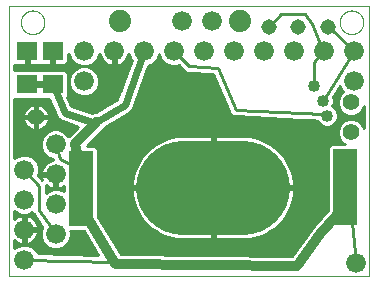
<source format=gbl>
G75*
%MOIN*%
%OFA0B0*%
%FSLAX25Y25*%
%IPPOS*%
%LPD*%
%AMOC8*
5,1,8,0,0,1.08239X$1,22.5*
%
%ADD10C,0.00000*%
%ADD11R,0.08000X0.12500*%
%ADD12C,0.31496*%
%ADD13R,0.07087X0.06299*%
%ADD14C,0.06600*%
%ADD15C,0.05600*%
%ADD16C,0.05156*%
%ADD17C,0.07400*%
%ADD18C,0.03200*%
%ADD19C,0.02400*%
%ADD20C,0.01000*%
%ADD21C,0.04000*%
D10*
X0001500Y0011270D02*
X0001500Y0101270D01*
X0121500Y0101270D01*
X0121500Y0011270D01*
X0001500Y0011270D01*
X0005437Y0095916D02*
X0005439Y0096041D01*
X0005445Y0096166D01*
X0005455Y0096290D01*
X0005469Y0096414D01*
X0005486Y0096538D01*
X0005508Y0096661D01*
X0005534Y0096783D01*
X0005563Y0096905D01*
X0005596Y0097025D01*
X0005634Y0097144D01*
X0005674Y0097263D01*
X0005719Y0097379D01*
X0005767Y0097494D01*
X0005819Y0097608D01*
X0005875Y0097720D01*
X0005934Y0097830D01*
X0005996Y0097938D01*
X0006062Y0098045D01*
X0006131Y0098149D01*
X0006204Y0098250D01*
X0006279Y0098350D01*
X0006358Y0098447D01*
X0006440Y0098541D01*
X0006525Y0098633D01*
X0006612Y0098722D01*
X0006703Y0098808D01*
X0006796Y0098891D01*
X0006892Y0098972D01*
X0006990Y0099049D01*
X0007090Y0099123D01*
X0007193Y0099194D01*
X0007298Y0099261D01*
X0007406Y0099326D01*
X0007515Y0099386D01*
X0007626Y0099444D01*
X0007739Y0099497D01*
X0007853Y0099547D01*
X0007969Y0099594D01*
X0008086Y0099636D01*
X0008205Y0099675D01*
X0008325Y0099711D01*
X0008446Y0099742D01*
X0008568Y0099770D01*
X0008690Y0099793D01*
X0008814Y0099813D01*
X0008938Y0099829D01*
X0009062Y0099841D01*
X0009187Y0099849D01*
X0009312Y0099853D01*
X0009436Y0099853D01*
X0009561Y0099849D01*
X0009686Y0099841D01*
X0009810Y0099829D01*
X0009934Y0099813D01*
X0010058Y0099793D01*
X0010180Y0099770D01*
X0010302Y0099742D01*
X0010423Y0099711D01*
X0010543Y0099675D01*
X0010662Y0099636D01*
X0010779Y0099594D01*
X0010895Y0099547D01*
X0011009Y0099497D01*
X0011122Y0099444D01*
X0011233Y0099386D01*
X0011343Y0099326D01*
X0011450Y0099261D01*
X0011555Y0099194D01*
X0011658Y0099123D01*
X0011758Y0099049D01*
X0011856Y0098972D01*
X0011952Y0098891D01*
X0012045Y0098808D01*
X0012136Y0098722D01*
X0012223Y0098633D01*
X0012308Y0098541D01*
X0012390Y0098447D01*
X0012469Y0098350D01*
X0012544Y0098250D01*
X0012617Y0098149D01*
X0012686Y0098045D01*
X0012752Y0097938D01*
X0012814Y0097830D01*
X0012873Y0097720D01*
X0012929Y0097608D01*
X0012981Y0097494D01*
X0013029Y0097379D01*
X0013074Y0097263D01*
X0013114Y0097144D01*
X0013152Y0097025D01*
X0013185Y0096905D01*
X0013214Y0096783D01*
X0013240Y0096661D01*
X0013262Y0096538D01*
X0013279Y0096414D01*
X0013293Y0096290D01*
X0013303Y0096166D01*
X0013309Y0096041D01*
X0013311Y0095916D01*
X0013309Y0095791D01*
X0013303Y0095666D01*
X0013293Y0095542D01*
X0013279Y0095418D01*
X0013262Y0095294D01*
X0013240Y0095171D01*
X0013214Y0095049D01*
X0013185Y0094927D01*
X0013152Y0094807D01*
X0013114Y0094688D01*
X0013074Y0094569D01*
X0013029Y0094453D01*
X0012981Y0094338D01*
X0012929Y0094224D01*
X0012873Y0094112D01*
X0012814Y0094002D01*
X0012752Y0093894D01*
X0012686Y0093787D01*
X0012617Y0093683D01*
X0012544Y0093582D01*
X0012469Y0093482D01*
X0012390Y0093385D01*
X0012308Y0093291D01*
X0012223Y0093199D01*
X0012136Y0093110D01*
X0012045Y0093024D01*
X0011952Y0092941D01*
X0011856Y0092860D01*
X0011758Y0092783D01*
X0011658Y0092709D01*
X0011555Y0092638D01*
X0011450Y0092571D01*
X0011342Y0092506D01*
X0011233Y0092446D01*
X0011122Y0092388D01*
X0011009Y0092335D01*
X0010895Y0092285D01*
X0010779Y0092238D01*
X0010662Y0092196D01*
X0010543Y0092157D01*
X0010423Y0092121D01*
X0010302Y0092090D01*
X0010180Y0092062D01*
X0010058Y0092039D01*
X0009934Y0092019D01*
X0009810Y0092003D01*
X0009686Y0091991D01*
X0009561Y0091983D01*
X0009436Y0091979D01*
X0009312Y0091979D01*
X0009187Y0091983D01*
X0009062Y0091991D01*
X0008938Y0092003D01*
X0008814Y0092019D01*
X0008690Y0092039D01*
X0008568Y0092062D01*
X0008446Y0092090D01*
X0008325Y0092121D01*
X0008205Y0092157D01*
X0008086Y0092196D01*
X0007969Y0092238D01*
X0007853Y0092285D01*
X0007739Y0092335D01*
X0007626Y0092388D01*
X0007515Y0092446D01*
X0007405Y0092506D01*
X0007298Y0092571D01*
X0007193Y0092638D01*
X0007090Y0092709D01*
X0006990Y0092783D01*
X0006892Y0092860D01*
X0006796Y0092941D01*
X0006703Y0093024D01*
X0006612Y0093110D01*
X0006525Y0093199D01*
X0006440Y0093291D01*
X0006358Y0093385D01*
X0006279Y0093482D01*
X0006204Y0093582D01*
X0006131Y0093683D01*
X0006062Y0093787D01*
X0005996Y0093894D01*
X0005934Y0094002D01*
X0005875Y0094112D01*
X0005819Y0094224D01*
X0005767Y0094338D01*
X0005719Y0094453D01*
X0005674Y0094569D01*
X0005634Y0094688D01*
X0005596Y0094807D01*
X0005563Y0094927D01*
X0005534Y0095049D01*
X0005508Y0095171D01*
X0005486Y0095294D01*
X0005469Y0095418D01*
X0005455Y0095542D01*
X0005445Y0095666D01*
X0005439Y0095791D01*
X0005437Y0095916D01*
X0111736Y0095916D02*
X0111738Y0096041D01*
X0111744Y0096166D01*
X0111754Y0096290D01*
X0111768Y0096414D01*
X0111785Y0096538D01*
X0111807Y0096661D01*
X0111833Y0096783D01*
X0111862Y0096905D01*
X0111895Y0097025D01*
X0111933Y0097144D01*
X0111973Y0097263D01*
X0112018Y0097379D01*
X0112066Y0097494D01*
X0112118Y0097608D01*
X0112174Y0097720D01*
X0112233Y0097830D01*
X0112295Y0097938D01*
X0112361Y0098045D01*
X0112430Y0098149D01*
X0112503Y0098250D01*
X0112578Y0098350D01*
X0112657Y0098447D01*
X0112739Y0098541D01*
X0112824Y0098633D01*
X0112911Y0098722D01*
X0113002Y0098808D01*
X0113095Y0098891D01*
X0113191Y0098972D01*
X0113289Y0099049D01*
X0113389Y0099123D01*
X0113492Y0099194D01*
X0113597Y0099261D01*
X0113705Y0099326D01*
X0113814Y0099386D01*
X0113925Y0099444D01*
X0114038Y0099497D01*
X0114152Y0099547D01*
X0114268Y0099594D01*
X0114385Y0099636D01*
X0114504Y0099675D01*
X0114624Y0099711D01*
X0114745Y0099742D01*
X0114867Y0099770D01*
X0114989Y0099793D01*
X0115113Y0099813D01*
X0115237Y0099829D01*
X0115361Y0099841D01*
X0115486Y0099849D01*
X0115611Y0099853D01*
X0115735Y0099853D01*
X0115860Y0099849D01*
X0115985Y0099841D01*
X0116109Y0099829D01*
X0116233Y0099813D01*
X0116357Y0099793D01*
X0116479Y0099770D01*
X0116601Y0099742D01*
X0116722Y0099711D01*
X0116842Y0099675D01*
X0116961Y0099636D01*
X0117078Y0099594D01*
X0117194Y0099547D01*
X0117308Y0099497D01*
X0117421Y0099444D01*
X0117532Y0099386D01*
X0117642Y0099326D01*
X0117749Y0099261D01*
X0117854Y0099194D01*
X0117957Y0099123D01*
X0118057Y0099049D01*
X0118155Y0098972D01*
X0118251Y0098891D01*
X0118344Y0098808D01*
X0118435Y0098722D01*
X0118522Y0098633D01*
X0118607Y0098541D01*
X0118689Y0098447D01*
X0118768Y0098350D01*
X0118843Y0098250D01*
X0118916Y0098149D01*
X0118985Y0098045D01*
X0119051Y0097938D01*
X0119113Y0097830D01*
X0119172Y0097720D01*
X0119228Y0097608D01*
X0119280Y0097494D01*
X0119328Y0097379D01*
X0119373Y0097263D01*
X0119413Y0097144D01*
X0119451Y0097025D01*
X0119484Y0096905D01*
X0119513Y0096783D01*
X0119539Y0096661D01*
X0119561Y0096538D01*
X0119578Y0096414D01*
X0119592Y0096290D01*
X0119602Y0096166D01*
X0119608Y0096041D01*
X0119610Y0095916D01*
X0119608Y0095791D01*
X0119602Y0095666D01*
X0119592Y0095542D01*
X0119578Y0095418D01*
X0119561Y0095294D01*
X0119539Y0095171D01*
X0119513Y0095049D01*
X0119484Y0094927D01*
X0119451Y0094807D01*
X0119413Y0094688D01*
X0119373Y0094569D01*
X0119328Y0094453D01*
X0119280Y0094338D01*
X0119228Y0094224D01*
X0119172Y0094112D01*
X0119113Y0094002D01*
X0119051Y0093894D01*
X0118985Y0093787D01*
X0118916Y0093683D01*
X0118843Y0093582D01*
X0118768Y0093482D01*
X0118689Y0093385D01*
X0118607Y0093291D01*
X0118522Y0093199D01*
X0118435Y0093110D01*
X0118344Y0093024D01*
X0118251Y0092941D01*
X0118155Y0092860D01*
X0118057Y0092783D01*
X0117957Y0092709D01*
X0117854Y0092638D01*
X0117749Y0092571D01*
X0117641Y0092506D01*
X0117532Y0092446D01*
X0117421Y0092388D01*
X0117308Y0092335D01*
X0117194Y0092285D01*
X0117078Y0092238D01*
X0116961Y0092196D01*
X0116842Y0092157D01*
X0116722Y0092121D01*
X0116601Y0092090D01*
X0116479Y0092062D01*
X0116357Y0092039D01*
X0116233Y0092019D01*
X0116109Y0092003D01*
X0115985Y0091991D01*
X0115860Y0091983D01*
X0115735Y0091979D01*
X0115611Y0091979D01*
X0115486Y0091983D01*
X0115361Y0091991D01*
X0115237Y0092003D01*
X0115113Y0092019D01*
X0114989Y0092039D01*
X0114867Y0092062D01*
X0114745Y0092090D01*
X0114624Y0092121D01*
X0114504Y0092157D01*
X0114385Y0092196D01*
X0114268Y0092238D01*
X0114152Y0092285D01*
X0114038Y0092335D01*
X0113925Y0092388D01*
X0113814Y0092446D01*
X0113704Y0092506D01*
X0113597Y0092571D01*
X0113492Y0092638D01*
X0113389Y0092709D01*
X0113289Y0092783D01*
X0113191Y0092860D01*
X0113095Y0092941D01*
X0113002Y0093024D01*
X0112911Y0093110D01*
X0112824Y0093199D01*
X0112739Y0093291D01*
X0112657Y0093385D01*
X0112578Y0093482D01*
X0112503Y0093582D01*
X0112430Y0093683D01*
X0112361Y0093787D01*
X0112295Y0093894D01*
X0112233Y0094002D01*
X0112174Y0094112D01*
X0112118Y0094224D01*
X0112066Y0094338D01*
X0112018Y0094453D01*
X0111973Y0094569D01*
X0111933Y0094688D01*
X0111895Y0094807D01*
X0111862Y0094927D01*
X0111833Y0095049D01*
X0111807Y0095171D01*
X0111785Y0095294D01*
X0111768Y0095418D01*
X0111754Y0095542D01*
X0111744Y0095666D01*
X0111738Y0095791D01*
X0111736Y0095916D01*
D11*
X0113500Y0047270D03*
X0113500Y0034770D03*
X0025500Y0034270D03*
X0025500Y0046770D03*
D12*
X0059658Y0040770D02*
X0079342Y0040770D01*
D13*
X0016000Y0075258D03*
X0007500Y0075258D03*
X0007500Y0086282D03*
X0016000Y0086282D03*
D14*
X0026500Y0086270D03*
X0036500Y0086270D03*
X0046500Y0086270D03*
X0056500Y0086270D03*
X0066500Y0086270D03*
X0076500Y0086270D03*
X0086500Y0086270D03*
X0096500Y0086270D03*
X0106500Y0086270D03*
X0116500Y0086270D03*
X0116500Y0076270D03*
X0069000Y0096270D03*
X0059000Y0096270D03*
X0026500Y0076270D03*
X0017000Y0055270D03*
X0006500Y0046770D03*
X0017000Y0045270D03*
X0006500Y0036770D03*
X0017000Y0035270D03*
X0006500Y0026770D03*
X0017000Y0025270D03*
X0006500Y0016770D03*
X0117000Y0015770D03*
D15*
X0115500Y0059270D03*
X0115500Y0069270D03*
X0010500Y0064270D03*
D16*
X0088114Y0094270D03*
X0097957Y0094270D03*
X0107799Y0094270D03*
D17*
X0078500Y0096270D03*
X0038500Y0096270D03*
D18*
X0030662Y0062667D02*
X0023500Y0055505D01*
X0025500Y0046770D01*
X0025500Y0034270D01*
X0036360Y0016171D01*
X0037000Y0015270D01*
X0097500Y0014770D01*
X0105000Y0025270D01*
X0113500Y0034770D01*
X0113500Y0047270D01*
X0069500Y0040770D02*
X0062000Y0040770D01*
D19*
X0040000Y0068270D02*
X0030662Y0062667D01*
X0030000Y0062270D01*
X0020000Y0065770D01*
X0016000Y0075258D01*
X0007500Y0075258D01*
X0040000Y0068270D02*
X0046500Y0086270D01*
D20*
X0041961Y0084161D02*
X0040813Y0084161D01*
X0040948Y0084428D02*
X0040605Y0083754D01*
X0040161Y0083143D01*
X0039627Y0082609D01*
X0039016Y0082165D01*
X0038343Y0081822D01*
X0037624Y0081588D01*
X0037000Y0081489D01*
X0037000Y0085418D01*
X0036000Y0085414D01*
X0036000Y0081489D01*
X0035376Y0081588D01*
X0034657Y0081822D01*
X0033984Y0082165D01*
X0033373Y0082609D01*
X0032839Y0083143D01*
X0032395Y0083754D01*
X0032052Y0084428D01*
X0031818Y0085146D01*
X0031779Y0085396D01*
X0031500Y0085395D01*
X0031500Y0085276D01*
X0030739Y0083438D01*
X0029332Y0082031D01*
X0027495Y0081270D01*
X0025505Y0081270D01*
X0023668Y0080509D01*
X0022261Y0079102D01*
X0021500Y0077265D01*
X0021500Y0075276D01*
X0022261Y0073438D01*
X0023668Y0072031D01*
X0025505Y0071270D01*
X0027495Y0071270D01*
X0029332Y0072031D01*
X0030739Y0073438D01*
X0031500Y0075276D01*
X0031500Y0077265D01*
X0030739Y0079102D01*
X0029332Y0080509D01*
X0027495Y0081270D01*
X0025505Y0081270D01*
X0023668Y0082031D01*
X0022261Y0083438D01*
X0021500Y0085276D01*
X0021500Y0085353D01*
X0021043Y0085352D01*
X0021043Y0082935D01*
X0020941Y0082553D01*
X0020744Y0082211D01*
X0020464Y0081932D01*
X0020122Y0081735D01*
X0019741Y0081632D01*
X0016500Y0081632D01*
X0016500Y0085333D01*
X0015500Y0085328D01*
X0015500Y0081632D01*
X0012259Y0081632D01*
X0011878Y0081735D01*
X0011750Y0081808D01*
X0011622Y0081735D01*
X0011241Y0081632D01*
X0008000Y0081632D01*
X0008000Y0085297D01*
X0007000Y0085293D01*
X0007000Y0081632D01*
X0003759Y0081632D01*
X0003378Y0081735D01*
X0003200Y0081837D01*
X0003200Y0080055D01*
X0003253Y0080108D01*
X0011747Y0080108D01*
X0011750Y0080105D01*
X0011753Y0080108D01*
X0020247Y0080108D01*
X0021243Y0079112D01*
X0021243Y0071404D01*
X0020912Y0071073D01*
X0022172Y0068082D01*
X0029186Y0065628D01*
X0030005Y0065967D01*
X0030525Y0065967D01*
X0037623Y0070226D01*
X0042359Y0083340D01*
X0042261Y0083438D01*
X0041500Y0085276D01*
X0041500Y0085437D01*
X0041228Y0085436D01*
X0041182Y0085146D01*
X0040948Y0084428D01*
X0041184Y0085160D02*
X0041548Y0085160D01*
X0042295Y0083163D02*
X0040176Y0083163D01*
X0039015Y0082164D02*
X0041934Y0082164D01*
X0041574Y0081166D02*
X0027746Y0081166D01*
X0029465Y0082164D02*
X0033985Y0082164D01*
X0032824Y0083163D02*
X0030464Y0083163D01*
X0031039Y0084161D02*
X0032187Y0084161D01*
X0031816Y0085160D02*
X0031452Y0085160D01*
X0036000Y0085160D02*
X0037000Y0085160D01*
X0037000Y0084161D02*
X0036000Y0084161D01*
X0036000Y0083163D02*
X0037000Y0083163D01*
X0037000Y0082164D02*
X0036000Y0082164D01*
X0041213Y0080167D02*
X0029674Y0080167D01*
X0030672Y0079169D02*
X0040852Y0079169D01*
X0040492Y0078170D02*
X0031125Y0078170D01*
X0031500Y0077172D02*
X0040131Y0077172D01*
X0039771Y0076173D02*
X0031500Y0076173D01*
X0031458Y0075175D02*
X0039410Y0075175D01*
X0039050Y0074176D02*
X0031045Y0074176D01*
X0030479Y0073178D02*
X0038689Y0073178D01*
X0038328Y0072179D02*
X0029480Y0072179D01*
X0034222Y0068185D02*
X0022129Y0068185D01*
X0021708Y0069184D02*
X0035886Y0069184D01*
X0037550Y0070182D02*
X0021287Y0070182D01*
X0021020Y0071181D02*
X0037968Y0071181D01*
X0043413Y0069184D02*
X0073572Y0069184D01*
X0073144Y0070182D02*
X0043774Y0070182D01*
X0044134Y0071181D02*
X0072716Y0071181D01*
X0072288Y0072179D02*
X0044495Y0072179D01*
X0044855Y0073178D02*
X0071860Y0073178D01*
X0071432Y0074176D02*
X0045216Y0074176D01*
X0045577Y0075175D02*
X0071004Y0075175D01*
X0070577Y0076173D02*
X0045937Y0076173D01*
X0046298Y0077172D02*
X0070149Y0077172D01*
X0069721Y0078170D02*
X0046658Y0078170D01*
X0047019Y0079169D02*
X0060431Y0079169D01*
X0060474Y0079121D02*
X0060541Y0079117D01*
X0060589Y0079070D01*
X0061442Y0079070D01*
X0069517Y0078645D01*
X0074777Y0066373D01*
X0074756Y0065974D01*
X0075122Y0065568D01*
X0075337Y0065066D01*
X0075708Y0064917D01*
X0075976Y0064620D01*
X0076522Y0064592D01*
X0077029Y0064389D01*
X0077397Y0064547D01*
X0104161Y0063162D01*
X0104363Y0062674D01*
X0105404Y0061633D01*
X0106764Y0061070D01*
X0108236Y0061070D01*
X0109596Y0061633D01*
X0110637Y0062674D01*
X0111200Y0064034D01*
X0111200Y0065506D01*
X0110637Y0066866D01*
X0109596Y0067907D01*
X0109286Y0068035D01*
X0109700Y0069034D01*
X0109700Y0070506D01*
X0109454Y0071100D01*
X0111741Y0074694D01*
X0112261Y0073438D01*
X0112782Y0072917D01*
X0111685Y0071819D01*
X0111000Y0070165D01*
X0111000Y0068375D01*
X0111685Y0066721D01*
X0112951Y0065455D01*
X0114605Y0064770D01*
X0116395Y0064770D01*
X0118049Y0065455D01*
X0119315Y0066721D01*
X0119800Y0067892D01*
X0119800Y0060648D01*
X0119315Y0061819D01*
X0118049Y0063085D01*
X0116395Y0063770D01*
X0114605Y0063770D01*
X0112951Y0063085D01*
X0111685Y0061819D01*
X0111000Y0060165D01*
X0111000Y0058375D01*
X0111685Y0056721D01*
X0112951Y0055455D01*
X0113519Y0055220D01*
X0108796Y0055220D01*
X0107800Y0054224D01*
X0107800Y0033349D01*
X0102854Y0027821D01*
X0102696Y0027722D01*
X0102420Y0027336D01*
X0102103Y0026981D01*
X0102041Y0026806D01*
X0095812Y0018084D01*
X0038778Y0018555D01*
X0031200Y0031184D01*
X0031200Y0053724D01*
X0030204Y0054720D01*
X0027382Y0054720D01*
X0033459Y0060798D01*
X0033551Y0061019D01*
X0041366Y0065708D01*
X0041754Y0065890D01*
X0041857Y0066002D01*
X0041987Y0066080D01*
X0042242Y0066425D01*
X0042532Y0066743D01*
X0042583Y0066885D01*
X0042673Y0067007D01*
X0042778Y0067424D01*
X0047828Y0081408D01*
X0049332Y0082031D01*
X0050739Y0083438D01*
X0051500Y0085276D01*
X0052261Y0083438D01*
X0053668Y0082031D01*
X0055505Y0081270D01*
X0057495Y0081270D01*
X0058127Y0081532D01*
X0059903Y0079755D01*
X0060474Y0079121D01*
X0059491Y0080167D02*
X0047380Y0080167D01*
X0047740Y0081166D02*
X0058493Y0081166D01*
X0061500Y0081270D02*
X0056500Y0086270D01*
X0051961Y0084161D02*
X0051039Y0084161D01*
X0051452Y0085160D02*
X0051548Y0085160D01*
X0051500Y0085276D02*
X0051500Y0085478D01*
X0051500Y0085478D01*
X0051500Y0085276D01*
X0050464Y0083163D02*
X0052536Y0083163D01*
X0053535Y0082164D02*
X0049465Y0082164D01*
X0061500Y0081270D02*
X0071000Y0080770D01*
X0077000Y0066770D01*
X0106000Y0065270D01*
X0107500Y0064770D01*
X0110157Y0062194D02*
X0112060Y0062194D01*
X0111427Y0061196D02*
X0108539Y0061196D01*
X0106461Y0061196D02*
X0033846Y0061196D01*
X0032859Y0060197D02*
X0111013Y0060197D01*
X0111000Y0059199D02*
X0031860Y0059199D01*
X0030862Y0058200D02*
X0111072Y0058200D01*
X0111486Y0057202D02*
X0084627Y0057202D01*
X0084534Y0057235D02*
X0083079Y0057625D01*
X0081596Y0057887D01*
X0080096Y0058018D01*
X0070000Y0058018D01*
X0070000Y0041270D01*
X0096591Y0041270D01*
X0096591Y0041523D01*
X0096459Y0043024D01*
X0096198Y0044507D01*
X0095808Y0045962D01*
X0095293Y0047377D01*
X0094656Y0048742D01*
X0093903Y0050046D01*
X0093039Y0051280D01*
X0092071Y0052434D01*
X0091006Y0053499D01*
X0089852Y0054467D01*
X0088619Y0055331D01*
X0087314Y0056084D01*
X0085949Y0056720D01*
X0084534Y0057235D01*
X0087059Y0056203D02*
X0112203Y0056203D01*
X0108780Y0055205D02*
X0088799Y0055205D01*
X0090163Y0054206D02*
X0107800Y0054206D01*
X0107800Y0053208D02*
X0091297Y0053208D01*
X0092260Y0052209D02*
X0107800Y0052209D01*
X0107800Y0051211D02*
X0093088Y0051211D01*
X0093787Y0050212D02*
X0107800Y0050212D01*
X0107800Y0049214D02*
X0094384Y0049214D01*
X0094902Y0048215D02*
X0107800Y0048215D01*
X0107800Y0047216D02*
X0095351Y0047216D01*
X0095715Y0046218D02*
X0107800Y0046218D01*
X0107800Y0045219D02*
X0096007Y0045219D01*
X0096248Y0044221D02*
X0107800Y0044221D01*
X0107800Y0043222D02*
X0096424Y0043222D01*
X0096529Y0042224D02*
X0107800Y0042224D01*
X0107800Y0041225D02*
X0070000Y0041225D01*
X0070000Y0041270D02*
X0070000Y0040270D01*
X0070000Y0023522D01*
X0080096Y0023522D01*
X0081596Y0023653D01*
X0083079Y0023915D01*
X0084534Y0024305D01*
X0085949Y0024820D01*
X0087314Y0025456D01*
X0088619Y0026209D01*
X0089852Y0027073D01*
X0091006Y0028041D01*
X0092071Y0029106D01*
X0093039Y0030260D01*
X0093903Y0031494D01*
X0094656Y0032798D01*
X0095293Y0034163D01*
X0095808Y0035579D01*
X0096198Y0037033D01*
X0096459Y0038517D01*
X0096591Y0040017D01*
X0096591Y0040270D01*
X0070000Y0040270D01*
X0069000Y0040270D01*
X0069000Y0023522D01*
X0058904Y0023522D01*
X0057404Y0023653D01*
X0055921Y0023915D01*
X0054466Y0024305D01*
X0053051Y0024820D01*
X0051686Y0025456D01*
X0050381Y0026209D01*
X0049148Y0027073D01*
X0047994Y0028041D01*
X0046929Y0029106D01*
X0045961Y0030260D01*
X0045097Y0031494D01*
X0044344Y0032798D01*
X0043707Y0034163D01*
X0043192Y0035579D01*
X0042802Y0037033D01*
X0042541Y0038517D01*
X0042409Y0040017D01*
X0042409Y0040270D01*
X0069000Y0040270D01*
X0069000Y0041270D01*
X0042409Y0041270D01*
X0042409Y0041523D01*
X0042541Y0043024D01*
X0042802Y0044507D01*
X0043192Y0045962D01*
X0043707Y0047377D01*
X0044344Y0048742D01*
X0045097Y0050046D01*
X0045961Y0051280D01*
X0046929Y0052434D01*
X0047994Y0053499D01*
X0049148Y0054467D01*
X0050381Y0055331D01*
X0051686Y0056084D01*
X0053051Y0056720D01*
X0054466Y0057235D01*
X0055921Y0057625D01*
X0057404Y0057887D01*
X0058904Y0058018D01*
X0069000Y0058018D01*
X0069000Y0041270D01*
X0070000Y0041270D01*
X0070000Y0042224D02*
X0069000Y0042224D01*
X0069000Y0043222D02*
X0070000Y0043222D01*
X0070000Y0044221D02*
X0069000Y0044221D01*
X0069000Y0045219D02*
X0070000Y0045219D01*
X0070000Y0046218D02*
X0069000Y0046218D01*
X0069000Y0047216D02*
X0070000Y0047216D01*
X0070000Y0048215D02*
X0069000Y0048215D01*
X0069000Y0049214D02*
X0070000Y0049214D01*
X0070000Y0050212D02*
X0069000Y0050212D01*
X0069000Y0051211D02*
X0070000Y0051211D01*
X0070000Y0052209D02*
X0069000Y0052209D01*
X0069000Y0053208D02*
X0070000Y0053208D01*
X0070000Y0054206D02*
X0069000Y0054206D01*
X0069000Y0055205D02*
X0070000Y0055205D01*
X0070000Y0056203D02*
X0069000Y0056203D01*
X0069000Y0057202D02*
X0070000Y0057202D01*
X0075284Y0065190D02*
X0040503Y0065190D01*
X0042067Y0066188D02*
X0074767Y0066188D01*
X0074428Y0067187D02*
X0042718Y0067187D01*
X0043053Y0068185D02*
X0074000Y0068185D01*
X0084269Y0064191D02*
X0038838Y0064191D01*
X0037174Y0063193D02*
X0103573Y0063193D01*
X0104843Y0062194D02*
X0035510Y0062194D01*
X0030894Y0066188D02*
X0027584Y0066188D01*
X0024731Y0067187D02*
X0032558Y0067187D01*
X0024463Y0061135D02*
X0021363Y0058035D01*
X0021289Y0057982D01*
X0021239Y0058102D01*
X0019832Y0059509D01*
X0017995Y0060270D01*
X0016005Y0060270D01*
X0014168Y0059509D01*
X0012761Y0058102D01*
X0012000Y0056265D01*
X0012000Y0054276D01*
X0012761Y0052438D01*
X0014168Y0051031D01*
X0016005Y0050270D01*
X0016181Y0050270D01*
X0016266Y0050014D01*
X0015876Y0049952D01*
X0015157Y0049718D01*
X0014484Y0049375D01*
X0013873Y0048931D01*
X0013339Y0048397D01*
X0012895Y0047786D01*
X0012552Y0047113D01*
X0012318Y0046394D01*
X0012219Y0045770D01*
X0016500Y0045770D01*
X0016500Y0044770D01*
X0017500Y0044770D01*
X0017500Y0040489D01*
X0018124Y0040588D01*
X0018843Y0040822D01*
X0019516Y0041165D01*
X0019800Y0041371D01*
X0019800Y0039522D01*
X0017995Y0040270D01*
X0016005Y0040270D01*
X0014168Y0039509D01*
X0013700Y0039041D01*
X0013700Y0041218D01*
X0013726Y0041756D01*
X0013873Y0041609D01*
X0014484Y0041165D01*
X0015157Y0040822D01*
X0015876Y0040588D01*
X0016500Y0040489D01*
X0016500Y0044770D01*
X0012219Y0044770D01*
X0012318Y0044146D01*
X0012552Y0043428D01*
X0012602Y0043328D01*
X0011149Y0044927D01*
X0011500Y0045776D01*
X0011500Y0047765D01*
X0010739Y0049602D01*
X0009332Y0051009D01*
X0007495Y0051770D01*
X0005505Y0051770D01*
X0003668Y0051009D01*
X0003200Y0050541D01*
X0003200Y0070461D01*
X0003253Y0070409D01*
X0011747Y0070409D01*
X0011750Y0070411D01*
X0011753Y0070409D01*
X0014897Y0070409D01*
X0017133Y0065106D01*
X0017137Y0065032D01*
X0017356Y0064577D01*
X0017552Y0064112D01*
X0017605Y0064060D01*
X0017637Y0063992D01*
X0018014Y0063656D01*
X0018373Y0063301D01*
X0018442Y0063273D01*
X0018498Y0063223D01*
X0018974Y0063057D01*
X0019441Y0062867D01*
X0019516Y0062867D01*
X0024463Y0061135D01*
X0024291Y0061196D02*
X0013507Y0061196D01*
X0013301Y0060990D02*
X0013780Y0061469D01*
X0014178Y0062016D01*
X0014485Y0062619D01*
X0014694Y0063263D01*
X0014800Y0063932D01*
X0014800Y0063983D01*
X0010787Y0063983D01*
X0010787Y0059970D01*
X0010838Y0059970D01*
X0011507Y0060076D01*
X0012151Y0060285D01*
X0012754Y0060592D01*
X0013301Y0060990D01*
X0014268Y0062194D02*
X0021438Y0062194D01*
X0023525Y0060197D02*
X0018171Y0060197D01*
X0020143Y0059199D02*
X0022526Y0059199D01*
X0021528Y0058200D02*
X0021141Y0058200D01*
X0017000Y0055270D02*
X0018500Y0050270D01*
X0025500Y0046770D01*
X0031200Y0047216D02*
X0043649Y0047216D01*
X0043285Y0046218D02*
X0031200Y0046218D01*
X0031200Y0045219D02*
X0042993Y0045219D01*
X0042752Y0044221D02*
X0031200Y0044221D01*
X0031200Y0043222D02*
X0042576Y0043222D01*
X0042471Y0042224D02*
X0031200Y0042224D01*
X0031200Y0041225D02*
X0069000Y0041225D01*
X0069000Y0040227D02*
X0070000Y0040227D01*
X0070000Y0039228D02*
X0069000Y0039228D01*
X0069000Y0038230D02*
X0070000Y0038230D01*
X0070000Y0037231D02*
X0069000Y0037231D01*
X0069000Y0036233D02*
X0070000Y0036233D01*
X0070000Y0035234D02*
X0069000Y0035234D01*
X0069000Y0034236D02*
X0070000Y0034236D01*
X0070000Y0033237D02*
X0069000Y0033237D01*
X0069000Y0032239D02*
X0070000Y0032239D01*
X0070000Y0031240D02*
X0069000Y0031240D01*
X0069000Y0030242D02*
X0070000Y0030242D01*
X0070000Y0029243D02*
X0069000Y0029243D01*
X0069000Y0028245D02*
X0070000Y0028245D01*
X0070000Y0027246D02*
X0069000Y0027246D01*
X0069000Y0026248D02*
X0070000Y0026248D01*
X0070000Y0025249D02*
X0069000Y0025249D01*
X0069000Y0024251D02*
X0070000Y0024251D01*
X0074573Y0018260D02*
X0095937Y0018260D01*
X0096650Y0019258D02*
X0038356Y0019258D01*
X0037757Y0020257D02*
X0097364Y0020257D01*
X0098077Y0021255D02*
X0037158Y0021255D01*
X0036559Y0022254D02*
X0098790Y0022254D01*
X0099503Y0023252D02*
X0035959Y0023252D01*
X0035360Y0024251D02*
X0054667Y0024251D01*
X0052130Y0025249D02*
X0034761Y0025249D01*
X0034162Y0026248D02*
X0050326Y0026248D01*
X0048941Y0027246D02*
X0033563Y0027246D01*
X0032964Y0028245D02*
X0047790Y0028245D01*
X0046814Y0029243D02*
X0032365Y0029243D01*
X0031766Y0030242D02*
X0045976Y0030242D01*
X0045274Y0031240D02*
X0031200Y0031240D01*
X0031200Y0032239D02*
X0044667Y0032239D01*
X0044139Y0033237D02*
X0031200Y0033237D01*
X0031200Y0034236D02*
X0043681Y0034236D01*
X0043317Y0035234D02*
X0031200Y0035234D01*
X0031200Y0036233D02*
X0043017Y0036233D01*
X0042767Y0037231D02*
X0031200Y0037231D01*
X0031200Y0038230D02*
X0042591Y0038230D01*
X0042478Y0039228D02*
X0031200Y0039228D01*
X0031200Y0040227D02*
X0042409Y0040227D01*
X0044098Y0048215D02*
X0031200Y0048215D01*
X0031200Y0049214D02*
X0044616Y0049214D01*
X0045213Y0050212D02*
X0031200Y0050212D01*
X0031200Y0051211D02*
X0045912Y0051211D01*
X0046740Y0052209D02*
X0031200Y0052209D01*
X0031200Y0053208D02*
X0047703Y0053208D01*
X0048837Y0054206D02*
X0030718Y0054206D01*
X0028865Y0056203D02*
X0051941Y0056203D01*
X0050201Y0055205D02*
X0027866Y0055205D01*
X0029863Y0057202D02*
X0054373Y0057202D01*
X0025254Y0081166D02*
X0003200Y0081166D01*
X0003200Y0080167D02*
X0023326Y0080167D01*
X0022328Y0079169D02*
X0021186Y0079169D01*
X0021243Y0078170D02*
X0021875Y0078170D01*
X0021500Y0077172D02*
X0021243Y0077172D01*
X0021243Y0076173D02*
X0021500Y0076173D01*
X0021542Y0075175D02*
X0021243Y0075175D01*
X0021243Y0074176D02*
X0021955Y0074176D01*
X0022521Y0073178D02*
X0021243Y0073178D01*
X0021243Y0072179D02*
X0023520Y0072179D01*
X0015414Y0069184D02*
X0003200Y0069184D01*
X0003200Y0070182D02*
X0014993Y0070182D01*
X0015835Y0068185D02*
X0012288Y0068185D01*
X0012151Y0068255D02*
X0011507Y0068464D01*
X0010838Y0068570D01*
X0010787Y0068570D01*
X0010787Y0064558D01*
X0010213Y0064558D01*
X0010213Y0068570D01*
X0010162Y0068570D01*
X0009493Y0068464D01*
X0008849Y0068255D01*
X0008246Y0067948D01*
X0007699Y0067550D01*
X0007220Y0067071D01*
X0006822Y0066524D01*
X0006515Y0065921D01*
X0006306Y0065277D01*
X0006200Y0064608D01*
X0006200Y0064557D01*
X0010213Y0064557D01*
X0010213Y0063983D01*
X0010787Y0063983D01*
X0010787Y0064557D01*
X0014800Y0064557D01*
X0014800Y0064608D01*
X0014694Y0065277D01*
X0014485Y0065921D01*
X0014178Y0066524D01*
X0013780Y0067071D01*
X0013301Y0067550D01*
X0012754Y0067948D01*
X0012151Y0068255D01*
X0010787Y0068185D02*
X0010213Y0068185D01*
X0010213Y0067187D02*
X0010787Y0067187D01*
X0010787Y0066188D02*
X0010213Y0066188D01*
X0010213Y0065190D02*
X0010787Y0065190D01*
X0010787Y0064191D02*
X0017518Y0064191D01*
X0017098Y0065190D02*
X0014708Y0065190D01*
X0014349Y0066188D02*
X0016677Y0066188D01*
X0016256Y0067187D02*
X0013664Y0067187D01*
X0010213Y0064191D02*
X0003200Y0064191D01*
X0003200Y0063193D02*
X0006329Y0063193D01*
X0006306Y0063263D02*
X0006515Y0062619D01*
X0006822Y0062016D01*
X0007220Y0061469D01*
X0007699Y0060990D01*
X0008246Y0060592D01*
X0008849Y0060285D01*
X0009493Y0060076D01*
X0010162Y0059970D01*
X0010213Y0059970D01*
X0010213Y0063983D01*
X0006200Y0063983D01*
X0006200Y0063932D01*
X0006306Y0063263D01*
X0006732Y0062194D02*
X0003200Y0062194D01*
X0003200Y0061196D02*
X0007493Y0061196D01*
X0009120Y0060197D02*
X0003200Y0060197D01*
X0003200Y0059199D02*
X0013857Y0059199D01*
X0012859Y0058200D02*
X0003200Y0058200D01*
X0003200Y0057202D02*
X0012388Y0057202D01*
X0012000Y0056203D02*
X0003200Y0056203D01*
X0003200Y0055205D02*
X0012000Y0055205D01*
X0012029Y0054206D02*
X0003200Y0054206D01*
X0003200Y0053208D02*
X0012442Y0053208D01*
X0012990Y0052209D02*
X0003200Y0052209D01*
X0003200Y0051211D02*
X0004155Y0051211D01*
X0008845Y0051211D02*
X0013988Y0051211D01*
X0016200Y0050212D02*
X0010129Y0050212D01*
X0010900Y0049214D02*
X0014261Y0049214D01*
X0013206Y0048215D02*
X0011313Y0048215D01*
X0011500Y0047216D02*
X0012605Y0047216D01*
X0012290Y0046218D02*
X0011500Y0046218D01*
X0011270Y0045219D02*
X0016500Y0045219D01*
X0016500Y0044221D02*
X0017500Y0044221D01*
X0017500Y0043222D02*
X0016500Y0043222D01*
X0016500Y0042224D02*
X0017500Y0042224D01*
X0017500Y0041225D02*
X0016500Y0041225D01*
X0015901Y0040227D02*
X0013700Y0040227D01*
X0013700Y0041225D02*
X0014401Y0041225D01*
X0013887Y0039228D02*
X0013700Y0039228D01*
X0011500Y0041270D02*
X0006500Y0046770D01*
X0011791Y0044221D02*
X0012306Y0044221D01*
X0011500Y0041270D02*
X0011500Y0033270D01*
X0017000Y0025270D01*
X0012619Y0027759D02*
X0012000Y0026265D01*
X0012000Y0024276D01*
X0012761Y0022438D01*
X0014168Y0021031D01*
X0016005Y0020270D01*
X0017995Y0020270D01*
X0019832Y0021031D01*
X0021239Y0022438D01*
X0022000Y0024276D01*
X0022000Y0026265D01*
X0021977Y0026320D01*
X0026422Y0026320D01*
X0031128Y0018476D01*
X0011038Y0018879D01*
X0010739Y0019602D01*
X0009332Y0021009D01*
X0007495Y0021770D01*
X0005505Y0021770D01*
X0003668Y0021009D01*
X0003200Y0020541D01*
X0003200Y0023282D01*
X0003373Y0023109D01*
X0003984Y0022665D01*
X0004657Y0022322D01*
X0005376Y0022088D01*
X0006000Y0021989D01*
X0006000Y0026270D01*
X0007000Y0026270D01*
X0007000Y0021989D01*
X0007624Y0022088D01*
X0008343Y0022322D01*
X0009016Y0022665D01*
X0009627Y0023109D01*
X0010161Y0023643D01*
X0010605Y0024254D01*
X0010948Y0024928D01*
X0011182Y0025646D01*
X0011281Y0026270D01*
X0007000Y0026270D01*
X0007000Y0027270D01*
X0011281Y0027270D01*
X0011182Y0027894D01*
X0010948Y0028613D01*
X0010605Y0029286D01*
X0010161Y0029897D01*
X0009627Y0030431D01*
X0009016Y0030875D01*
X0008343Y0031218D01*
X0007624Y0031452D01*
X0007000Y0031551D01*
X0007000Y0027270D01*
X0006000Y0027270D01*
X0006000Y0031551D01*
X0005376Y0031452D01*
X0004657Y0031218D01*
X0003984Y0030875D01*
X0003373Y0030431D01*
X0003200Y0030258D01*
X0003200Y0032999D01*
X0003668Y0032531D01*
X0005505Y0031770D01*
X0007495Y0031770D01*
X0009300Y0032518D01*
X0009300Y0032359D01*
X0009802Y0031857D01*
X0012619Y0027759D01*
X0012407Y0027246D02*
X0007000Y0027246D01*
X0007000Y0026248D02*
X0006000Y0026248D01*
X0006000Y0025249D02*
X0007000Y0025249D01*
X0007000Y0024251D02*
X0006000Y0024251D01*
X0006000Y0023252D02*
X0007000Y0023252D01*
X0007000Y0022254D02*
X0006000Y0022254D01*
X0004867Y0022254D02*
X0003200Y0022254D01*
X0003200Y0023252D02*
X0003230Y0023252D01*
X0003200Y0021255D02*
X0004262Y0021255D01*
X0008133Y0022254D02*
X0012945Y0022254D01*
X0012424Y0023252D02*
X0009770Y0023252D01*
X0010603Y0024251D02*
X0012010Y0024251D01*
X0012000Y0025249D02*
X0011053Y0025249D01*
X0011277Y0026248D02*
X0012000Y0026248D01*
X0012285Y0028245D02*
X0011068Y0028245D01*
X0010627Y0029243D02*
X0011599Y0029243D01*
X0010912Y0030242D02*
X0009816Y0030242D01*
X0010226Y0031240D02*
X0008275Y0031240D01*
X0008626Y0032239D02*
X0009420Y0032239D01*
X0007000Y0031240D02*
X0006000Y0031240D01*
X0006000Y0030242D02*
X0007000Y0030242D01*
X0007000Y0029243D02*
X0006000Y0029243D01*
X0006000Y0028245D02*
X0007000Y0028245D01*
X0004725Y0031240D02*
X0003200Y0031240D01*
X0003200Y0032239D02*
X0004374Y0032239D01*
X0008738Y0021255D02*
X0013944Y0021255D01*
X0010881Y0019258D02*
X0030659Y0019258D01*
X0030060Y0020257D02*
X0010084Y0020257D01*
X0006500Y0016770D02*
X0036360Y0016171D01*
X0029461Y0021255D02*
X0020056Y0021255D01*
X0021055Y0022254D02*
X0028862Y0022254D01*
X0028263Y0023252D02*
X0021576Y0023252D01*
X0021990Y0024251D02*
X0027663Y0024251D01*
X0027064Y0025249D02*
X0022000Y0025249D01*
X0022000Y0026248D02*
X0026465Y0026248D01*
X0019800Y0040227D02*
X0018099Y0040227D01*
X0019599Y0041225D02*
X0019800Y0041225D01*
X0015829Y0060197D02*
X0011880Y0060197D01*
X0010787Y0060197D02*
X0010213Y0060197D01*
X0010213Y0061196D02*
X0010787Y0061196D01*
X0010787Y0062194D02*
X0010213Y0062194D01*
X0010213Y0063193D02*
X0010787Y0063193D01*
X0014671Y0063193D02*
X0018585Y0063193D01*
X0008712Y0068185D02*
X0003200Y0068185D01*
X0003200Y0067187D02*
X0007336Y0067187D01*
X0006651Y0066188D02*
X0003200Y0066188D01*
X0003200Y0065190D02*
X0006292Y0065190D01*
X0007000Y0082164D02*
X0008000Y0082164D01*
X0008000Y0083163D02*
X0007000Y0083163D01*
X0007000Y0084161D02*
X0008000Y0084161D01*
X0008000Y0085160D02*
X0007000Y0085160D01*
X0015500Y0085160D02*
X0016500Y0085160D01*
X0016500Y0084161D02*
X0015500Y0084161D01*
X0015500Y0083163D02*
X0016500Y0083163D01*
X0016500Y0082164D02*
X0015500Y0082164D01*
X0020697Y0082164D02*
X0023535Y0082164D01*
X0022536Y0083163D02*
X0021043Y0083163D01*
X0021043Y0084161D02*
X0021961Y0084161D01*
X0021548Y0085160D02*
X0021043Y0085160D01*
X0088114Y0094270D02*
X0092000Y0098770D01*
X0100000Y0098770D01*
X0102500Y0095270D01*
X0106000Y0086270D01*
X0106500Y0086270D01*
X0103000Y0082770D01*
X0103000Y0074770D01*
X0106000Y0069770D02*
X0116500Y0086270D01*
X0109000Y0093270D01*
X0107799Y0094270D01*
X0111412Y0074176D02*
X0111955Y0074176D01*
X0112521Y0073178D02*
X0110776Y0073178D01*
X0110141Y0072179D02*
X0112045Y0072179D01*
X0111421Y0071181D02*
X0109505Y0071181D01*
X0109700Y0070182D02*
X0111007Y0070182D01*
X0111000Y0069184D02*
X0109700Y0069184D01*
X0109348Y0068185D02*
X0111079Y0068185D01*
X0111492Y0067187D02*
X0110316Y0067187D01*
X0110917Y0066188D02*
X0112218Y0066188D01*
X0111200Y0065190D02*
X0113592Y0065190D01*
X0113211Y0063193D02*
X0110851Y0063193D01*
X0111200Y0064191D02*
X0119800Y0064191D01*
X0119800Y0063193D02*
X0117789Y0063193D01*
X0118940Y0062194D02*
X0119800Y0062194D01*
X0119800Y0061196D02*
X0119573Y0061196D01*
X0119800Y0065190D02*
X0117408Y0065190D01*
X0118782Y0066188D02*
X0119800Y0066188D01*
X0119800Y0067187D02*
X0119508Y0067187D01*
X0107800Y0040227D02*
X0096591Y0040227D01*
X0096522Y0039228D02*
X0107800Y0039228D01*
X0107800Y0038230D02*
X0096409Y0038230D01*
X0096233Y0037231D02*
X0107800Y0037231D01*
X0107800Y0036233D02*
X0095983Y0036233D01*
X0095683Y0035234D02*
X0107800Y0035234D01*
X0107800Y0034236D02*
X0095319Y0034236D01*
X0094861Y0033237D02*
X0107701Y0033237D01*
X0106807Y0032239D02*
X0094333Y0032239D01*
X0093726Y0031240D02*
X0105914Y0031240D01*
X0105020Y0030242D02*
X0093024Y0030242D01*
X0092186Y0029243D02*
X0104127Y0029243D01*
X0103234Y0028245D02*
X0091210Y0028245D01*
X0090059Y0027246D02*
X0102340Y0027246D01*
X0101643Y0026248D02*
X0088673Y0026248D01*
X0086870Y0025249D02*
X0100930Y0025249D01*
X0100217Y0024251D02*
X0084333Y0024251D01*
X0113500Y0034770D02*
X0115500Y0032770D01*
X0117000Y0015770D01*
D21*
X0089000Y0021270D03*
X0081500Y0021270D03*
X0038500Y0045270D03*
X0034000Y0043770D03*
X0036500Y0056270D03*
X0041500Y0056270D03*
X0068500Y0068270D03*
X0103000Y0074770D03*
X0106000Y0069770D03*
X0107500Y0064770D03*
M02*

</source>
